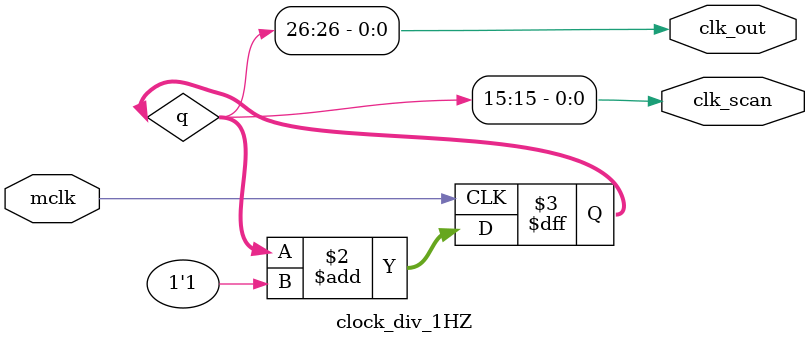
<source format=v>
module clock_div_1HZ(
    mclk,
    clk_out,
    clk_scan
);

input mclk;

output clk_out;
output clk_scan;

wire clk_out;
reg [26:0] q;

always @(posedge mclk)
begin
    q <= q + 1'b1;
end

assign clk_out = q[26];
assign clk_scan = q[15];

endmodule

</source>
